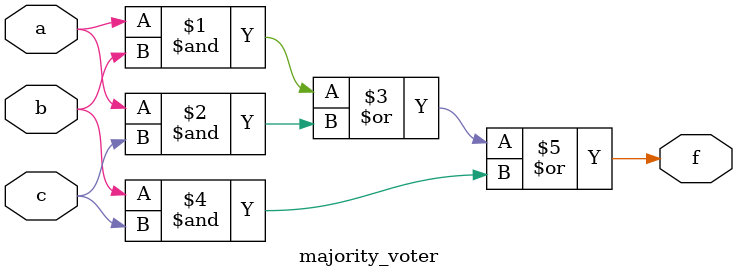
<source format=v>
`timescale 1ns / 1ps


module majority_voter(
    input a,
    input b,
    input c,
    output f
    );
    assign f = a&b | a&c | b&c;
endmodule

</source>
